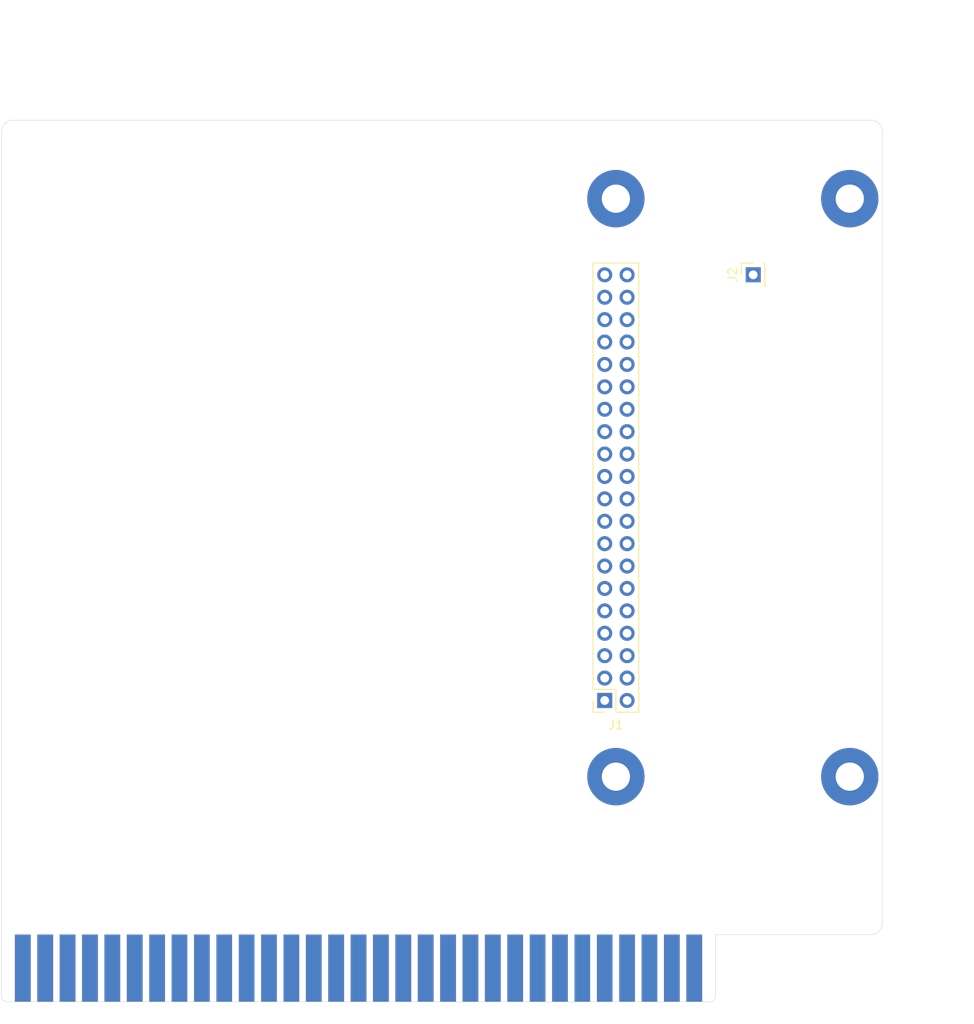
<source format=kicad_pcb>
(kicad_pcb (version 20171130) (host pcbnew "(5.1.9)-1")

  (general
    (thickness 1.6)
    (drawings 26)
    (tracks 0)
    (zones 0)
    (modules 7)
    (nets 104)
  )

  (page A4)
  (layers
    (0 F.Cu signal)
    (31 B.Cu signal)
    (32 B.Adhes user)
    (33 F.Adhes user)
    (34 B.Paste user)
    (35 F.Paste user)
    (36 B.SilkS user)
    (37 F.SilkS user)
    (38 B.Mask user)
    (39 F.Mask user)
    (40 Dwgs.User user)
    (41 Cmts.User user)
    (42 Eco1.User user)
    (43 Eco2.User user)
    (44 Edge.Cuts user)
    (45 Margin user)
    (46 B.CrtYd user)
    (47 F.CrtYd user)
    (48 B.Fab user)
    (49 F.Fab user)
  )

  (setup
    (last_trace_width 0.25)
    (trace_clearance 0.2)
    (zone_clearance 0.508)
    (zone_45_only no)
    (trace_min 0.2)
    (via_size 0.8)
    (via_drill 0.4)
    (via_min_size 0.4)
    (via_min_drill 0.3)
    (uvia_size 0.3)
    (uvia_drill 0.1)
    (uvias_allowed no)
    (uvia_min_size 0.2)
    (uvia_min_drill 0.1)
    (edge_width 0.05)
    (segment_width 0.2)
    (pcb_text_width 0.3)
    (pcb_text_size 1.5 1.5)
    (mod_edge_width 0.12)
    (mod_text_size 1 1)
    (mod_text_width 0.15)
    (pad_size 6.5 6.5)
    (pad_drill 3.2)
    (pad_to_mask_clearance 0)
    (aux_axis_origin 0 0)
    (visible_elements 7FFFFFFF)
    (pcbplotparams
      (layerselection 0x010fc_ffffffff)
      (usegerberextensions false)
      (usegerberattributes true)
      (usegerberadvancedattributes true)
      (creategerberjobfile true)
      (excludeedgelayer true)
      (linewidth 0.100000)
      (plotframeref false)
      (viasonmask false)
      (mode 1)
      (useauxorigin false)
      (hpglpennumber 1)
      (hpglpenspeed 20)
      (hpglpendiameter 15.000000)
      (psnegative false)
      (psa4output false)
      (plotreference true)
      (plotvalue true)
      (plotinvisibletext false)
      (padsonsilk false)
      (subtractmaskfromsilk false)
      (outputformat 1)
      (mirror false)
      (drillshape 1)
      (scaleselection 1)
      (outputdirectory ""))
  )

  (net 0 "")
  (net 1 "Net-(J1-Pad8)")
  (net 2 A00)
  (net 3 A01)
  (net 4 A02)
  (net 5 A03)
  (net 6 A04)
  (net 7 A05)
  (net 8 A06)
  (net 9 A07)
  (net 10 A08)
  (net 11 A09)
  (net 12 A10)
  (net 13 A11)
  (net 14 A12)
  (net 15 A13)
  (net 16 A14)
  (net 17 A15)
  (net 18 A16)
  (net 19 A17)
  (net 20 A18)
  (net 21 A19)
  (net 22 AEN)
  (net 23 IOCHRDY)
  (net 24 D0)
  (net 25 D1)
  (net 26 D2)
  (net 27 D3)
  (net 28 D4)
  (net 29 D5)
  (net 30 D6)
  (net 31 D7)
  (net 32 ~IO_CH_CK)
  (net 33 GND)
  (net 34 OSC)
  (net 35 VCC)
  (net 36 ALE)
  (net 37 TC)
  (net 38 ~DACK2)
  (net 39 IRQ3)
  (net 40 IRQ4)
  (net 41 IRQ5)
  (net 42 IRQ6)
  (net 43 IRQ7)
  (net 44 CLK)
  (net 45 ~DACK0)
  (net 46 DRQ1)
  (net 47 ~DACK1)
  (net 48 DRQ3)
  (net 49 ~DACK3)
  (net 50 ~IOR)
  (net 51 ~IOW)
  (net 52 ~MEMR)
  (net 53 ~MEMW)
  (net 54 +12V)
  (net 55 -12V)
  (net 56 DRQ2)
  (net 57 -5V)
  (net 58 IRQ2)
  (net 59 RESET)
  (net 60 "Net-(J1-Pad40)")
  (net 61 "Net-(J1-Pad39)")
  (net 62 "Net-(J1-Pad38)")
  (net 63 "Net-(J1-Pad37)")
  (net 64 "Net-(J1-Pad36)")
  (net 65 "Net-(J1-Pad35)")
  (net 66 "Net-(J1-Pad34)")
  (net 67 "Net-(J1-Pad33)")
  (net 68 "Net-(J1-Pad32)")
  (net 69 "Net-(J1-Pad31)")
  (net 70 "Net-(J1-Pad30)")
  (net 71 "Net-(J1-Pad29)")
  (net 72 "Net-(J1-Pad28)")
  (net 73 "Net-(J1-Pad27)")
  (net 74 "Net-(J1-Pad26)")
  (net 75 "Net-(J1-Pad25)")
  (net 76 "Net-(J1-Pad24)")
  (net 77 "Net-(J1-Pad23)")
  (net 78 "Net-(J1-Pad22)")
  (net 79 "Net-(J1-Pad21)")
  (net 80 "Net-(J1-Pad20)")
  (net 81 "Net-(J1-Pad19)")
  (net 82 "Net-(J1-Pad18)")
  (net 83 "Net-(J1-Pad17)")
  (net 84 "Net-(J1-Pad16)")
  (net 85 "Net-(J1-Pad15)")
  (net 86 "Net-(J1-Pad14)")
  (net 87 "Net-(J1-Pad13)")
  (net 88 "Net-(J1-Pad12)")
  (net 89 "Net-(J1-Pad11)")
  (net 90 "Net-(J1-Pad10)")
  (net 91 "Net-(J1-Pad9)")
  (net 92 "Net-(J1-Pad7)")
  (net 93 "Net-(J1-Pad6)")
  (net 94 "Net-(J1-Pad5)")
  (net 95 "Net-(J1-Pad4)")
  (net 96 "Net-(J1-Pad3)")
  (net 97 "Net-(J1-Pad2)")
  (net 98 "Net-(J1-Pad1)")
  (net 99 "Net-(J3-Pad8)")
  (net 100 "Net-(H1-Pad1)")
  (net 101 "Net-(H2-Pad1)")
  (net 102 "Net-(H3-Pad1)")
  (net 103 "Net-(H4-Pad1)")

  (net_class Default "This is the default net class."
    (clearance 0.2)
    (trace_width 0.25)
    (via_dia 0.8)
    (via_drill 0.4)
    (uvia_dia 0.3)
    (uvia_drill 0.1)
    (add_net +12V)
    (add_net -12V)
    (add_net -5V)
    (add_net A00)
    (add_net A01)
    (add_net A02)
    (add_net A03)
    (add_net A04)
    (add_net A05)
    (add_net A06)
    (add_net A07)
    (add_net A08)
    (add_net A09)
    (add_net A10)
    (add_net A11)
    (add_net A12)
    (add_net A13)
    (add_net A14)
    (add_net A15)
    (add_net A16)
    (add_net A17)
    (add_net A18)
    (add_net A19)
    (add_net AEN)
    (add_net ALE)
    (add_net CLK)
    (add_net D0)
    (add_net D1)
    (add_net D2)
    (add_net D3)
    (add_net D4)
    (add_net D5)
    (add_net D6)
    (add_net D7)
    (add_net DRQ1)
    (add_net DRQ2)
    (add_net DRQ3)
    (add_net GND)
    (add_net IOCHRDY)
    (add_net IRQ2)
    (add_net IRQ3)
    (add_net IRQ4)
    (add_net IRQ5)
    (add_net IRQ6)
    (add_net IRQ7)
    (add_net "Net-(H1-Pad1)")
    (add_net "Net-(H2-Pad1)")
    (add_net "Net-(H3-Pad1)")
    (add_net "Net-(H4-Pad1)")
    (add_net "Net-(J1-Pad1)")
    (add_net "Net-(J1-Pad10)")
    (add_net "Net-(J1-Pad11)")
    (add_net "Net-(J1-Pad12)")
    (add_net "Net-(J1-Pad13)")
    (add_net "Net-(J1-Pad14)")
    (add_net "Net-(J1-Pad15)")
    (add_net "Net-(J1-Pad16)")
    (add_net "Net-(J1-Pad17)")
    (add_net "Net-(J1-Pad18)")
    (add_net "Net-(J1-Pad19)")
    (add_net "Net-(J1-Pad2)")
    (add_net "Net-(J1-Pad20)")
    (add_net "Net-(J1-Pad21)")
    (add_net "Net-(J1-Pad22)")
    (add_net "Net-(J1-Pad23)")
    (add_net "Net-(J1-Pad24)")
    (add_net "Net-(J1-Pad25)")
    (add_net "Net-(J1-Pad26)")
    (add_net "Net-(J1-Pad27)")
    (add_net "Net-(J1-Pad28)")
    (add_net "Net-(J1-Pad29)")
    (add_net "Net-(J1-Pad3)")
    (add_net "Net-(J1-Pad30)")
    (add_net "Net-(J1-Pad31)")
    (add_net "Net-(J1-Pad32)")
    (add_net "Net-(J1-Pad33)")
    (add_net "Net-(J1-Pad34)")
    (add_net "Net-(J1-Pad35)")
    (add_net "Net-(J1-Pad36)")
    (add_net "Net-(J1-Pad37)")
    (add_net "Net-(J1-Pad38)")
    (add_net "Net-(J1-Pad39)")
    (add_net "Net-(J1-Pad4)")
    (add_net "Net-(J1-Pad40)")
    (add_net "Net-(J1-Pad5)")
    (add_net "Net-(J1-Pad6)")
    (add_net "Net-(J1-Pad7)")
    (add_net "Net-(J1-Pad8)")
    (add_net "Net-(J1-Pad9)")
    (add_net "Net-(J3-Pad8)")
    (add_net OSC)
    (add_net RESET)
    (add_net TC)
    (add_net VCC)
    (add_net ~DACK0)
    (add_net ~DACK1)
    (add_net ~DACK2)
    (add_net ~DACK3)
    (add_net ~IOR)
    (add_net ~IOW)
    (add_net ~IO_CH_CK)
    (add_net ~MEMR)
    (add_net ~MEMW)
  )

  (module Connector_PinSocket_2.54mm:PinSocket_1x01_P2.54mm_Vertical (layer F.Cu) (tedit 5A19A434) (tstamp 603E374D)
    (at 181.951 59.817 90)
    (descr "Through hole straight socket strip, 1x01, 2.54mm pitch, single row (from Kicad 4.0.7), script generated")
    (tags "Through hole socket strip THT 1x01 2.54mm single row")
    (path /603ED503)
    (fp_text reference J2 (at 0 -2.33 90) (layer F.SilkS)
      (effects (font (size 1 1) (thickness 0.15)))
    )
    (fp_text value "CF Adapter Power" (at 0 4.87 90) (layer F.Fab)
      (effects (font (size 1 1) (thickness 0.15)))
    )
    (fp_line (start -1.8 1.75) (end -1.8 -1.8) (layer F.CrtYd) (width 0.05))
    (fp_line (start 1.75 1.75) (end -1.8 1.75) (layer F.CrtYd) (width 0.05))
    (fp_line (start 1.75 -1.8) (end 1.75 1.75) (layer F.CrtYd) (width 0.05))
    (fp_line (start -1.8 -1.8) (end 1.75 -1.8) (layer F.CrtYd) (width 0.05))
    (fp_line (start 0 -1.33) (end 1.33 -1.33) (layer F.SilkS) (width 0.12))
    (fp_line (start 1.33 -1.33) (end 1.33 0) (layer F.SilkS) (width 0.12))
    (fp_line (start 1.33 1.21) (end 1.33 1.33) (layer F.SilkS) (width 0.12))
    (fp_line (start -1.33 1.21) (end -1.33 1.33) (layer F.SilkS) (width 0.12))
    (fp_line (start -1.33 1.33) (end 1.33 1.33) (layer F.SilkS) (width 0.12))
    (fp_line (start -1.27 1.27) (end -1.27 -1.27) (layer F.Fab) (width 0.1))
    (fp_line (start 1.27 1.27) (end -1.27 1.27) (layer F.Fab) (width 0.1))
    (fp_line (start 1.27 -0.635) (end 1.27 1.27) (layer F.Fab) (width 0.1))
    (fp_line (start 0.635 -1.27) (end 1.27 -0.635) (layer F.Fab) (width 0.1))
    (fp_line (start -1.27 -1.27) (end 0.635 -1.27) (layer F.Fab) (width 0.1))
    (fp_text user %R (at 0 1.27) (layer F.Fab)
      (effects (font (size 1 1) (thickness 0.15)))
    )
    (pad 1 thru_hole rect (at 0 0 90) (size 1.7 1.7) (drill 1) (layers *.Cu *.Mask)
      (net 35 VCC))
    (model ${KISYS3DMOD}/Connector_PinSocket_2.54mm.3dshapes/PinSocket_1x01_P2.54mm_Vertical.wrl
      (at (xyz 0 0 0))
      (scale (xyz 1 1 1))
      (rotate (xyz 0 0 0))
    )
  )

  (module Connector_PinSocket_2.54mm:PinSocket_2x20_P2.54mm_Vertical (layer F.Cu) (tedit 5A19A433) (tstamp 60C53EA4)
    (at 165.1 108.077 180)
    (descr "Through hole straight socket strip, 2x20, 2.54mm pitch, double cols (from Kicad 4.0.7), script generated")
    (tags "Through hole socket strip THT 2x20 2.54mm double row")
    (path /603E88FA)
    (fp_text reference J1 (at -1.27 -2.77) (layer F.SilkS)
      (effects (font (size 1 1) (thickness 0.15)))
    )
    (fp_text value IDE_CONNECTOR (at -5.08 24.003 90) (layer F.Fab)
      (effects (font (size 1 1) (thickness 0.15)))
    )
    (fp_line (start -4.34 50) (end -4.34 -1.8) (layer F.CrtYd) (width 0.05))
    (fp_line (start 1.76 50) (end -4.34 50) (layer F.CrtYd) (width 0.05))
    (fp_line (start 1.76 -1.8) (end 1.76 50) (layer F.CrtYd) (width 0.05))
    (fp_line (start -4.34 -1.8) (end 1.76 -1.8) (layer F.CrtYd) (width 0.05))
    (fp_line (start 0 -1.33) (end 1.33 -1.33) (layer F.SilkS) (width 0.12))
    (fp_line (start 1.33 -1.33) (end 1.33 0) (layer F.SilkS) (width 0.12))
    (fp_line (start -1.27 -1.33) (end -1.27 1.27) (layer F.SilkS) (width 0.12))
    (fp_line (start -1.27 1.27) (end 1.33 1.27) (layer F.SilkS) (width 0.12))
    (fp_line (start 1.33 1.27) (end 1.33 49.59) (layer F.SilkS) (width 0.12))
    (fp_line (start -3.87 49.59) (end 1.33 49.59) (layer F.SilkS) (width 0.12))
    (fp_line (start -3.87 -1.33) (end -3.87 49.59) (layer F.SilkS) (width 0.12))
    (fp_line (start -3.87 -1.33) (end -1.27 -1.33) (layer F.SilkS) (width 0.12))
    (fp_line (start -3.81 49.53) (end -3.81 -1.27) (layer F.Fab) (width 0.1))
    (fp_line (start 1.27 49.53) (end -3.81 49.53) (layer F.Fab) (width 0.1))
    (fp_line (start 1.27 -0.27) (end 1.27 49.53) (layer F.Fab) (width 0.1))
    (fp_line (start 0.27 -1.27) (end 1.27 -0.27) (layer F.Fab) (width 0.1))
    (fp_line (start -3.81 -1.27) (end 0.27 -1.27) (layer F.Fab) (width 0.1))
    (fp_text user %R (at -1.27 24.13 90) (layer F.Fab)
      (effects (font (size 1 1) (thickness 0.15)))
    )
    (pad 40 thru_hole oval (at -2.54 48.26 180) (size 1.7 1.7) (drill 1) (layers *.Cu *.Mask)
      (net 60 "Net-(J1-Pad40)"))
    (pad 39 thru_hole oval (at 0 48.26 180) (size 1.7 1.7) (drill 1) (layers *.Cu *.Mask)
      (net 61 "Net-(J1-Pad39)"))
    (pad 38 thru_hole oval (at -2.54 45.72 180) (size 1.7 1.7) (drill 1) (layers *.Cu *.Mask)
      (net 62 "Net-(J1-Pad38)"))
    (pad 37 thru_hole oval (at 0 45.72 180) (size 1.7 1.7) (drill 1) (layers *.Cu *.Mask)
      (net 63 "Net-(J1-Pad37)"))
    (pad 36 thru_hole oval (at -2.54 43.18 180) (size 1.7 1.7) (drill 1) (layers *.Cu *.Mask)
      (net 64 "Net-(J1-Pad36)"))
    (pad 35 thru_hole oval (at 0 43.18 180) (size 1.7 1.7) (drill 1) (layers *.Cu *.Mask)
      (net 65 "Net-(J1-Pad35)"))
    (pad 34 thru_hole oval (at -2.54 40.64 180) (size 1.7 1.7) (drill 1) (layers *.Cu *.Mask)
      (net 66 "Net-(J1-Pad34)"))
    (pad 33 thru_hole oval (at 0 40.64 180) (size 1.7 1.7) (drill 1) (layers *.Cu *.Mask)
      (net 67 "Net-(J1-Pad33)"))
    (pad 32 thru_hole oval (at -2.54 38.1 180) (size 1.7 1.7) (drill 1) (layers *.Cu *.Mask)
      (net 68 "Net-(J1-Pad32)"))
    (pad 31 thru_hole oval (at 0 38.1 180) (size 1.7 1.7) (drill 1) (layers *.Cu *.Mask)
      (net 69 "Net-(J1-Pad31)"))
    (pad 30 thru_hole oval (at -2.54 35.56 180) (size 1.7 1.7) (drill 1) (layers *.Cu *.Mask)
      (net 70 "Net-(J1-Pad30)"))
    (pad 29 thru_hole oval (at 0 35.56 180) (size 1.7 1.7) (drill 1) (layers *.Cu *.Mask)
      (net 71 "Net-(J1-Pad29)"))
    (pad 28 thru_hole oval (at -2.54 33.02 180) (size 1.7 1.7) (drill 1) (layers *.Cu *.Mask)
      (net 72 "Net-(J1-Pad28)"))
    (pad 27 thru_hole oval (at 0 33.02 180) (size 1.7 1.7) (drill 1) (layers *.Cu *.Mask)
      (net 73 "Net-(J1-Pad27)"))
    (pad 26 thru_hole oval (at -2.54 30.48 180) (size 1.7 1.7) (drill 1) (layers *.Cu *.Mask)
      (net 74 "Net-(J1-Pad26)"))
    (pad 25 thru_hole oval (at 0 30.48 180) (size 1.7 1.7) (drill 1) (layers *.Cu *.Mask)
      (net 75 "Net-(J1-Pad25)"))
    (pad 24 thru_hole oval (at -2.54 27.94 180) (size 1.7 1.7) (drill 1) (layers *.Cu *.Mask)
      (net 76 "Net-(J1-Pad24)"))
    (pad 23 thru_hole oval (at 0 27.94 180) (size 1.7 1.7) (drill 1) (layers *.Cu *.Mask)
      (net 77 "Net-(J1-Pad23)"))
    (pad 22 thru_hole oval (at -2.54 25.4 180) (size 1.7 1.7) (drill 1) (layers *.Cu *.Mask)
      (net 78 "Net-(J1-Pad22)"))
    (pad 21 thru_hole oval (at 0 25.4 180) (size 1.7 1.7) (drill 1) (layers *.Cu *.Mask)
      (net 79 "Net-(J1-Pad21)"))
    (pad 20 thru_hole oval (at -2.54 22.86 180) (size 1.7 1.7) (drill 1) (layers *.Cu *.Mask)
      (net 80 "Net-(J1-Pad20)"))
    (pad 19 thru_hole oval (at 0 22.86 180) (size 1.7 1.7) (drill 1) (layers *.Cu *.Mask)
      (net 81 "Net-(J1-Pad19)"))
    (pad 18 thru_hole oval (at -2.54 20.32 180) (size 1.7 1.7) (drill 1) (layers *.Cu *.Mask)
      (net 82 "Net-(J1-Pad18)"))
    (pad 17 thru_hole oval (at 0 20.32 180) (size 1.7 1.7) (drill 1) (layers *.Cu *.Mask)
      (net 83 "Net-(J1-Pad17)"))
    (pad 16 thru_hole oval (at -2.54 17.78 180) (size 1.7 1.7) (drill 1) (layers *.Cu *.Mask)
      (net 84 "Net-(J1-Pad16)"))
    (pad 15 thru_hole oval (at 0 17.78 180) (size 1.7 1.7) (drill 1) (layers *.Cu *.Mask)
      (net 85 "Net-(J1-Pad15)"))
    (pad 14 thru_hole oval (at -2.54 15.24 180) (size 1.7 1.7) (drill 1) (layers *.Cu *.Mask)
      (net 86 "Net-(J1-Pad14)"))
    (pad 13 thru_hole oval (at 0 15.24 180) (size 1.7 1.7) (drill 1) (layers *.Cu *.Mask)
      (net 87 "Net-(J1-Pad13)"))
    (pad 12 thru_hole oval (at -2.54 12.7 180) (size 1.7 1.7) (drill 1) (layers *.Cu *.Mask)
      (net 88 "Net-(J1-Pad12)"))
    (pad 11 thru_hole oval (at 0 12.7 180) (size 1.7 1.7) (drill 1) (layers *.Cu *.Mask)
      (net 89 "Net-(J1-Pad11)"))
    (pad 10 thru_hole oval (at -2.54 10.16 180) (size 1.7 1.7) (drill 1) (layers *.Cu *.Mask)
      (net 90 "Net-(J1-Pad10)"))
    (pad 9 thru_hole oval (at 0 10.16 180) (size 1.7 1.7) (drill 1) (layers *.Cu *.Mask)
      (net 91 "Net-(J1-Pad9)"))
    (pad 8 thru_hole oval (at -2.54 7.62 180) (size 1.7 1.7) (drill 1) (layers *.Cu *.Mask)
      (net 1 "Net-(J1-Pad8)"))
    (pad 7 thru_hole oval (at 0 7.62 180) (size 1.7 1.7) (drill 1) (layers *.Cu *.Mask)
      (net 92 "Net-(J1-Pad7)"))
    (pad 6 thru_hole oval (at -2.54 5.08 180) (size 1.7 1.7) (drill 1) (layers *.Cu *.Mask)
      (net 93 "Net-(J1-Pad6)"))
    (pad 5 thru_hole oval (at 0 5.08 180) (size 1.7 1.7) (drill 1) (layers *.Cu *.Mask)
      (net 94 "Net-(J1-Pad5)"))
    (pad 4 thru_hole oval (at -2.54 2.54 180) (size 1.7 1.7) (drill 1) (layers *.Cu *.Mask)
      (net 95 "Net-(J1-Pad4)"))
    (pad 3 thru_hole oval (at 0 2.54 180) (size 1.7 1.7) (drill 1) (layers *.Cu *.Mask)
      (net 96 "Net-(J1-Pad3)"))
    (pad 2 thru_hole oval (at -2.54 0 180) (size 1.7 1.7) (drill 1) (layers *.Cu *.Mask)
      (net 97 "Net-(J1-Pad2)"))
    (pad 1 thru_hole rect (at 0 0 180) (size 1.7 1.7) (drill 1) (layers *.Cu *.Mask)
      (net 98 "Net-(J1-Pad1)"))
    (model ${KISYS3DMOD}/Connector_PinSocket_2.54mm.3dshapes/PinSocket_2x20_P2.54mm_Vertical.wrl
      (at (xyz 0 0 0))
      (scale (xyz 1 1 1))
      (rotate (xyz 0 0 0))
    )
  )

  (module MountingHole:MountingHole_3.5mm_Pad (layer F.Cu) (tedit 608FA809) (tstamp 603AC109)
    (at 166.37 116.713)
    (descr "Mounting Hole 3.5mm")
    (tags "mounting hole 3.5mm")
    (path /608FD8F9)
    (attr virtual)
    (fp_text reference H3 (at 0 -4.5) (layer F.SilkS) hide
      (effects (font (size 1 1) (thickness 0.15)))
    )
    (fp_text value MountingHole_Pad (at 5.08 0) (layer F.Fab)
      (effects (font (size 1 1) (thickness 0.15)))
    )
    (fp_circle (center 0 0) (end 3.75 0) (layer F.CrtYd) (width 0.05))
    (fp_text user %R (at 0.3 0) (layer F.Fab)
      (effects (font (size 1 1) (thickness 0.15)))
    )
    (pad 1 thru_hole circle (at 0 0) (size 6.5 6.5) (drill 3.2) (layers *.Cu *.Mask)
      (net 102 "Net-(H3-Pad1)"))
  )

  (module MountingHole:MountingHole_3.5mm_Pad (layer F.Cu) (tedit 608FA801) (tstamp 603AC1C0)
    (at 166.37 51.181)
    (descr "Mounting Hole 3.5mm")
    (tags "mounting hole 3.5mm")
    (path /608FC9D0)
    (attr virtual)
    (fp_text reference H1 (at 0 -4.5) (layer F.SilkS) hide
      (effects (font (size 1 1) (thickness 0.15)))
    )
    (fp_text value MountingHole_Pad (at 5.08 0) (layer F.Fab)
      (effects (font (size 1 1) (thickness 0.15)))
    )
    (fp_circle (center 0 0) (end 3.75 0) (layer F.CrtYd) (width 0.05))
    (fp_text user %R (at 0.3 0) (layer F.Fab)
      (effects (font (size 1 1) (thickness 0.15)))
    )
    (pad 1 thru_hole circle (at 0 0) (size 6.5 6.5) (drill 3.2) (layers *.Cu *.Mask)
      (net 100 "Net-(H1-Pad1)"))
  )

  (module MountingHole:MountingHole_3.5mm_Pad (layer F.Cu) (tedit 608FA80C) (tstamp 603AC1B2)
    (at 192.913 116.713)
    (descr "Mounting Hole 3.5mm")
    (tags "mounting hole 3.5mm")
    (path /608FDAF1)
    (attr virtual)
    (fp_text reference H4 (at 0 -4.5) (layer F.SilkS) hide
      (effects (font (size 1 1) (thickness 0.15)))
    )
    (fp_text value MountingHole_Pad (at 5.08 0) (layer F.Fab)
      (effects (font (size 1 1) (thickness 0.15)))
    )
    (fp_circle (center 0 0) (end 3.75 0) (layer F.CrtYd) (width 0.05))
    (fp_text user %R (at 0.3 0) (layer F.Fab)
      (effects (font (size 1 1) (thickness 0.15)))
    )
    (pad 1 thru_hole circle (at 0 0) (size 6.5 6.5) (drill 3.2) (layers *.Cu *.Mask)
      (net 103 "Net-(H4-Pad1)"))
  )

  (module MountingHole:MountingHole_3.5mm_Pad (layer F.Cu) (tedit 608FA805) (tstamp 603AC1CE)
    (at 192.913 51.181)
    (descr "Mounting Hole 3.5mm")
    (tags "mounting hole 3.5mm")
    (path /608FD692)
    (attr virtual)
    (fp_text reference H2 (at 0 -4.5) (layer Dwgs.User)
      (effects (font (size 1 1) (thickness 0.15)))
    )
    (fp_text value MountingHole_Pad (at 5.08 0) (layer F.Fab)
      (effects (font (size 1 1) (thickness 0.15)))
    )
    (fp_circle (center 0 0) (end 3.75 0) (layer F.CrtYd) (width 0.05))
    (fp_text user %R (at 0.3 0) (layer F.Fab)
      (effects (font (size 1 1) (thickness 0.15)))
    )
    (pad 1 thru_hole circle (at 0 0) (size 6.5 6.5) (drill 3.2) (layers *.Cu *.Mask)
      (net 101 "Net-(H2-Pad1)"))
  )

  (module 00Custom:BUS_XT (layer F.Cu) (tedit 603A0233) (tstamp 603A5B9E)
    (at 175.26 138.43)
    (descr "AT ISA 16 bits Bus Edge Connector")
    (tags "BUS ISA AT Edge connector")
    (path /6039F90B)
    (attr virtual)
    (fp_text reference J3 (at -40.767 5.461) (layer F.SilkS) hide
      (effects (font (size 1 1) (thickness 0.15)))
    )
    (fp_text value Bus_ISA_8bit (at -34.036 5.461) (layer F.Fab)
      (effects (font (size 1 1) (thickness 0.15)))
    )
    (fp_text user %R (at -64.77 -0.635) (layer F.Fab)
      (effects (font (size 1 1) (thickness 0.15)))
    )
    (pad 62 connect rect (at -76.2 0) (size 1.78 7.62) (layers F.Cu F.Mask)
      (net 2 A00))
    (pad 61 connect rect (at -73.66 0) (size 1.78 7.62) (layers F.Cu F.Mask)
      (net 3 A01))
    (pad 60 connect rect (at -71.12 0) (size 1.78 7.62) (layers F.Cu F.Mask)
      (net 4 A02))
    (pad 59 connect rect (at -68.58 0) (size 1.78 7.62) (layers F.Cu F.Mask)
      (net 5 A03))
    (pad 58 connect rect (at -66.04 0) (size 1.78 7.62) (layers F.Cu F.Mask)
      (net 6 A04))
    (pad 57 connect rect (at -63.5 0) (size 1.78 7.62) (layers F.Cu F.Mask)
      (net 7 A05))
    (pad 56 connect rect (at -60.96 0) (size 1.78 7.62) (layers F.Cu F.Mask)
      (net 8 A06))
    (pad 55 connect rect (at -58.42 0) (size 1.78 7.62) (layers F.Cu F.Mask)
      (net 9 A07))
    (pad 54 connect rect (at -55.88 0) (size 1.78 7.62) (layers F.Cu F.Mask)
      (net 10 A08))
    (pad 53 connect rect (at -53.34 0) (size 1.78 7.62) (layers F.Cu F.Mask)
      (net 11 A09))
    (pad 52 connect rect (at -50.8 0) (size 1.78 7.62) (layers F.Cu F.Mask)
      (net 12 A10))
    (pad 51 connect rect (at -48.26 0) (size 1.78 7.62) (layers F.Cu F.Mask)
      (net 13 A11))
    (pad 50 connect rect (at -45.72 0) (size 1.78 7.62) (layers F.Cu F.Mask)
      (net 14 A12))
    (pad 49 connect rect (at -43.18 0) (size 1.78 7.62) (layers F.Cu F.Mask)
      (net 15 A13))
    (pad 48 connect rect (at -40.64 0) (size 1.78 7.62) (layers F.Cu F.Mask)
      (net 16 A14))
    (pad 47 connect rect (at -38.1 0) (size 1.78 7.62) (layers F.Cu F.Mask)
      (net 17 A15))
    (pad 46 connect rect (at -35.56 0) (size 1.78 7.62) (layers F.Cu F.Mask)
      (net 18 A16))
    (pad 45 connect rect (at -33.02 0) (size 1.78 7.62) (layers F.Cu F.Mask)
      (net 19 A17))
    (pad 44 connect rect (at -30.48 0) (size 1.78 7.62) (layers F.Cu F.Mask)
      (net 20 A18))
    (pad 43 connect rect (at -27.94 0) (size 1.78 7.62) (layers F.Cu F.Mask)
      (net 21 A19))
    (pad 42 connect rect (at -25.4 0) (size 1.78 7.62) (layers F.Cu F.Mask)
      (net 22 AEN))
    (pad 41 connect rect (at -22.86 0) (size 1.78 7.62) (layers F.Cu F.Mask)
      (net 23 IOCHRDY))
    (pad 40 connect rect (at -20.32 0) (size 1.78 7.62) (layers F.Cu F.Mask)
      (net 24 D0))
    (pad 39 connect rect (at -17.78 0) (size 1.78 7.62) (layers F.Cu F.Mask)
      (net 25 D1))
    (pad 38 connect rect (at -15.24 0) (size 1.78 7.62) (layers F.Cu F.Mask)
      (net 26 D2))
    (pad 37 connect rect (at -12.7 0) (size 1.78 7.62) (layers F.Cu F.Mask)
      (net 27 D3))
    (pad 36 connect rect (at -10.16 0) (size 1.78 7.62) (layers F.Cu F.Mask)
      (net 28 D4))
    (pad 35 connect rect (at -7.62 0) (size 1.78 7.62) (layers F.Cu F.Mask)
      (net 29 D5))
    (pad 34 connect rect (at -5.08 0) (size 1.78 7.62) (layers F.Cu F.Mask)
      (net 30 D6))
    (pad 33 connect rect (at -2.54 0) (size 1.78 7.62) (layers F.Cu F.Mask)
      (net 31 D7))
    (pad 32 connect rect (at 0 0) (size 1.78 7.62) (layers F.Cu F.Mask)
      (net 32 ~IO_CH_CK))
    (pad 31 connect rect (at -76.2 0) (size 1.78 7.62) (layers B.Cu B.Mask)
      (net 33 GND))
    (pad 30 connect rect (at -73.66 0) (size 1.78 7.62) (layers B.Cu B.Mask)
      (net 34 OSC))
    (pad 29 connect rect (at -71.12 0) (size 1.78 7.62) (layers B.Cu B.Mask)
      (net 35 VCC))
    (pad 28 connect rect (at -68.58 0) (size 1.78 7.62) (layers B.Cu B.Mask)
      (net 36 ALE))
    (pad 27 connect rect (at -66.04 0) (size 1.78 7.62) (layers B.Cu B.Mask)
      (net 37 TC))
    (pad 26 connect rect (at -63.5 0) (size 1.78 7.62) (layers B.Cu B.Mask)
      (net 38 ~DACK2))
    (pad 25 connect rect (at -60.96 0) (size 1.78 7.62) (layers B.Cu B.Mask)
      (net 39 IRQ3))
    (pad 24 connect rect (at -58.42 0) (size 1.78 7.62) (layers B.Cu B.Mask)
      (net 40 IRQ4))
    (pad 23 connect rect (at -55.88 0) (size 1.78 7.62) (layers B.Cu B.Mask)
      (net 41 IRQ5))
    (pad 22 connect rect (at -53.34 0) (size 1.78 7.62) (layers B.Cu B.Mask)
      (net 42 IRQ6))
    (pad 21 connect rect (at -50.8 0) (size 1.78 7.62) (layers B.Cu B.Mask)
      (net 43 IRQ7))
    (pad 20 connect rect (at -48.26 0) (size 1.78 7.62) (layers B.Cu B.Mask)
      (net 44 CLK))
    (pad 19 connect rect (at -45.72 0) (size 1.78 7.62) (layers B.Cu B.Mask)
      (net 45 ~DACK0))
    (pad 18 connect rect (at -43.18 0) (size 1.78 7.62) (layers B.Cu B.Mask)
      (net 46 DRQ1))
    (pad 17 connect rect (at -40.64 0) (size 1.78 7.62) (layers B.Cu B.Mask)
      (net 47 ~DACK1))
    (pad 16 connect rect (at -38.1 0) (size 1.78 7.62) (layers B.Cu B.Mask)
      (net 48 DRQ3))
    (pad 15 connect rect (at -35.56 0) (size 1.78 7.62) (layers B.Cu B.Mask)
      (net 49 ~DACK3))
    (pad 14 connect rect (at -33.02 0) (size 1.78 7.62) (layers B.Cu B.Mask)
      (net 50 ~IOR))
    (pad 13 connect rect (at -30.48 0) (size 1.78 7.62) (layers B.Cu B.Mask)
      (net 51 ~IOW))
    (pad 12 connect rect (at -27.94 0) (size 1.78 7.62) (layers B.Cu B.Mask)
      (net 52 ~MEMR))
    (pad 11 connect rect (at -25.4 0) (size 1.78 7.62) (layers B.Cu B.Mask)
      (net 53 ~MEMW))
    (pad 10 connect rect (at -22.86 0) (size 1.78 7.62) (layers B.Cu B.Mask)
      (net 33 GND))
    (pad 9 connect rect (at -20.32 0) (size 1.78 7.62) (layers B.Cu B.Mask)
      (net 54 +12V))
    (pad 8 connect rect (at -17.78 0) (size 1.78 7.62) (layers B.Cu B.Mask)
      (net 99 "Net-(J3-Pad8)"))
    (pad 7 connect rect (at -15.24 0) (size 1.78 7.62) (layers B.Cu B.Mask)
      (net 55 -12V))
    (pad 6 connect rect (at -12.7 0) (size 1.78 7.62) (layers B.Cu B.Mask)
      (net 56 DRQ2))
    (pad 5 connect rect (at -10.16 0) (size 1.78 7.62) (layers B.Cu B.Mask)
      (net 57 -5V))
    (pad 4 connect rect (at -7.62 0) (size 1.78 7.62) (layers B.Cu B.Mask)
      (net 58 IRQ2))
    (pad 3 connect rect (at -5.08 0) (size 1.78 7.62) (layers B.Cu B.Mask)
      (net 35 VCC))
    (pad 2 connect rect (at -2.54 0) (size 1.78 7.62) (layers B.Cu B.Mask)
      (net 59 RESET))
    (pad 1 connect rect (at 0 0) (size 1.78 7.62) (layers B.Cu B.Mask)
      (net 33 GND))
  )

  (gr_line (start 201.273 134.62) (end 201.273 41.22) (layer Dwgs.User) (width 0.05) (tstamp 607C55EB))
  (gr_line (start 207.01 41.22) (end 207.01 41.91) (layer Dwgs.User) (width 0.05))
  (gr_line (start 201.273 41.22) (end 207.01 41.22) (layer Dwgs.User) (width 0.05) (tstamp 607C559E))
  (gr_line (start 201.973 41.92) (end 207.01 41.92) (layer Dwgs.User) (width 0.05))
  (gr_line (start 201.973 134.62) (end 201.973 41.92) (layer Dwgs.User) (width 0.05))
  (gr_text "Optional area\nthat can be \nincluded in the\nboard." (at 189.23 138.43) (layer Cmts.User)
    (effects (font (size 1 1) (thickness 0.15)))
  )
  (gr_text "ISA bus dimensions mostly taken from the \nIBM 5150 Technical Refererence Manual." (at 146.558 38.735) (layer Cmts.User)
    (effects (font (size 1 1) (thickness 0.15)))
  )
  (gr_text "The outline is aligned to 0.127mm grid and is sized to fit \nwithin the magic 100mm by 100mm size limit set by \ncertain PCB manufaturers for very inexpensive boards." (at 145.923 31.115) (layer Cmts.User)
    (effects (font (size 1 1) (thickness 0.15)))
  )
  (gr_poly (pts (xy 177.8 142.24) (xy 96.52 142.24) (xy 96.52 134.62) (xy 177.8 134.62)) (layer B.Mask) (width 0.1))
  (gr_poly (pts (xy 177.8 142.24) (xy 96.52 142.24) (xy 96.52 134.62) (xy 177.8 134.62)) (layer F.Mask) (width 0.1))
  (gr_line (start 196.596 43.561) (end 196.596 133.35) (layer Edge.Cuts) (width 0.05) (tstamp 603A6469))
  (gr_line (start 96.647 43.561) (end 96.647 141.605) (layer Edge.Cuts) (width 0.05) (tstamp 603A6467))
  (gr_line (start 97.282 142.24) (end 177.038 142.24) (layer Edge.Cuts) (width 0.05) (tstamp 603A6458))
  (gr_line (start 177.673 134.62) (end 195.326 134.62) (layer Edge.Cuts) (width 0.05) (tstamp 603A6457))
  (gr_line (start 195.326 42.291) (end 97.917 42.291) (layer Edge.Cuts) (width 0.05) (tstamp 603A6453))
  (gr_line (start 195.326 142.24) (end 183.515 142.24) (layer Dwgs.User) (width 0.05) (tstamp 603A644B))
  (gr_arc (start 195.326 140.97) (end 195.326 142.24) (angle -90) (layer Dwgs.User) (width 0.05))
  (gr_line (start 196.596 133.35) (end 196.596 140.97) (layer Dwgs.User) (width 0.05))
  (gr_arc (start 183.515 140.97) (end 182.245 140.97) (angle -90) (layer Dwgs.User) (width 0.05))
  (gr_line (start 182.245 134.62) (end 182.245 140.97) (layer Dwgs.User) (width 0.05))
  (gr_arc (start 195.326 43.561) (end 196.596 43.561) (angle -90) (layer Edge.Cuts) (width 0.05))
  (gr_arc (start 195.326 133.35) (end 195.326 134.62) (angle -90) (layer Edge.Cuts) (width 0.05))
  (gr_line (start 177.673 141.605) (end 177.673 134.62) (layer Edge.Cuts) (width 0.05))
  (gr_arc (start 97.917 43.561) (end 97.917 42.291) (angle -90) (layer Edge.Cuts) (width 0.05))
  (gr_arc (start 177.038 141.605) (end 177.038 142.24) (angle -90) (layer Edge.Cuts) (width 0.05))
  (gr_arc (start 97.282 141.605) (end 96.647 141.605) (angle -90) (layer Edge.Cuts) (width 0.05))

)

</source>
